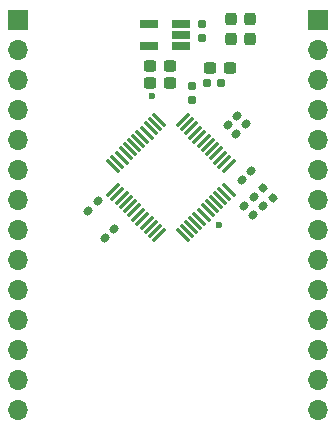
<source format=gbr>
%TF.GenerationSoftware,KiCad,Pcbnew,(6.0.0-0)*%
%TF.CreationDate,2022-01-12T16:50:32+09:00*%
%TF.ProjectId,ADAU1701-RPPico-module,41444155-3137-4303-912d-52505069636f,B*%
%TF.SameCoordinates,Original*%
%TF.FileFunction,Soldermask,Top*%
%TF.FilePolarity,Negative*%
%FSLAX46Y46*%
G04 Gerber Fmt 4.6, Leading zero omitted, Abs format (unit mm)*
G04 Created by KiCad (PCBNEW (6.0.0-0)) date 2022-01-12 16:50:32*
%MOMM*%
%LPD*%
G01*
G04 APERTURE LIST*
G04 Aperture macros list*
%AMRoundRect*
0 Rectangle with rounded corners*
0 $1 Rounding radius*
0 $2 $3 $4 $5 $6 $7 $8 $9 X,Y pos of 4 corners*
0 Add a 4 corners polygon primitive as box body*
4,1,4,$2,$3,$4,$5,$6,$7,$8,$9,$2,$3,0*
0 Add four circle primitives for the rounded corners*
1,1,$1+$1,$2,$3*
1,1,$1+$1,$4,$5*
1,1,$1+$1,$6,$7*
1,1,$1+$1,$8,$9*
0 Add four rect primitives between the rounded corners*
20,1,$1+$1,$2,$3,$4,$5,0*
20,1,$1+$1,$4,$5,$6,$7,0*
20,1,$1+$1,$6,$7,$8,$9,0*
20,1,$1+$1,$8,$9,$2,$3,0*%
G04 Aperture macros list end*
%ADD10RoundRect,0.237500X0.300000X0.237500X-0.300000X0.237500X-0.300000X-0.237500X0.300000X-0.237500X0*%
%ADD11RoundRect,0.155000X-0.155000X0.212500X-0.155000X-0.212500X0.155000X-0.212500X0.155000X0.212500X0*%
%ADD12RoundRect,0.237500X-0.237500X0.300000X-0.237500X-0.300000X0.237500X-0.300000X0.237500X0.300000X0*%
%ADD13RoundRect,0.075000X-0.521491X0.415425X0.415425X-0.521491X0.521491X-0.415425X-0.415425X0.521491X0*%
%ADD14RoundRect,0.075000X-0.521491X-0.415425X-0.415425X-0.521491X0.521491X0.415425X0.415425X0.521491X0*%
%ADD15RoundRect,0.155000X0.040659X0.259862X-0.259862X-0.040659X-0.040659X-0.259862X0.259862X0.040659X0*%
%ADD16C,0.600000*%
%ADD17RoundRect,0.155000X0.155000X-0.212500X0.155000X0.212500X-0.155000X0.212500X-0.155000X-0.212500X0*%
%ADD18R,1.560000X0.650000*%
%ADD19RoundRect,0.155000X-0.040659X-0.259862X0.259862X0.040659X0.040659X0.259862X-0.259862X-0.040659X0*%
%ADD20RoundRect,0.237500X-0.300000X-0.237500X0.300000X-0.237500X0.300000X0.237500X-0.300000X0.237500X0*%
%ADD21RoundRect,0.160000X-0.252791X0.026517X0.026517X-0.252791X0.252791X-0.026517X-0.026517X0.252791X0*%
%ADD22RoundRect,0.155000X0.212500X0.155000X-0.212500X0.155000X-0.212500X-0.155000X0.212500X-0.155000X0*%
%ADD23R,1.700000X1.700000*%
%ADD24O,1.700000X1.700000*%
G04 APERTURE END LIST*
D10*
%TO.C,C11*%
X137362500Y-63800000D03*
X135637500Y-63800000D03*
%TD*%
D11*
%TO.C,C18*%
X140000000Y-58800000D03*
X140000000Y-59935000D03*
%TD*%
D12*
%TO.C,C6*%
X144100000Y-58337500D03*
X144100000Y-60062500D03*
%TD*%
D13*
%TO.C,U1*%
X136401212Y-66912124D03*
X136047658Y-67265678D03*
X135694105Y-67619231D03*
X135340551Y-67972785D03*
X134986998Y-68326338D03*
X134633445Y-68679891D03*
X134279891Y-69033445D03*
X133926338Y-69386998D03*
X133572785Y-69740551D03*
X133219231Y-70094105D03*
X132865678Y-70447658D03*
X132512124Y-70801212D03*
D14*
X132512124Y-72798788D03*
X132865678Y-73152342D03*
X133219231Y-73505895D03*
X133572785Y-73859449D03*
X133926338Y-74213002D03*
X134279891Y-74566555D03*
X134633445Y-74920109D03*
X134986998Y-75273662D03*
X135340551Y-75627215D03*
X135694105Y-75980769D03*
X136047658Y-76334322D03*
X136401212Y-76687876D03*
D13*
X138398788Y-76687876D03*
X138752342Y-76334322D03*
X139105895Y-75980769D03*
X139459449Y-75627215D03*
X139813002Y-75273662D03*
X140166555Y-74920109D03*
X140520109Y-74566555D03*
X140873662Y-74213002D03*
X141227215Y-73859449D03*
X141580769Y-73505895D03*
X141934322Y-73152342D03*
X142287876Y-72798788D03*
D14*
X142287876Y-70801212D03*
X141934322Y-70447658D03*
X141580769Y-70094105D03*
X141227215Y-69740551D03*
X140873662Y-69386998D03*
X140520109Y-69033445D03*
X140166555Y-68679891D03*
X139813002Y-68326338D03*
X139459449Y-67972785D03*
X139105895Y-67619231D03*
X138752342Y-67265678D03*
X138398788Y-66912124D03*
%TD*%
D15*
%TO.C,C16*%
X143730883Y-67279117D03*
X142928317Y-68081683D03*
%TD*%
D16*
%TO.C,TP1*%
X141500000Y-75800000D03*
%TD*%
%TO.C,TP2*%
X135800000Y-64900000D03*
%TD*%
D12*
%TO.C,C5*%
X142494000Y-58337500D03*
X142494000Y-60062500D03*
%TD*%
D17*
%TO.C,C9*%
X139200000Y-65200000D03*
X139200000Y-64065000D03*
%TD*%
D10*
%TO.C,C3*%
X142425000Y-62500000D03*
X140700000Y-62500000D03*
%TD*%
D18*
%TO.C,U2*%
X138250000Y-60650000D03*
X138250000Y-59700000D03*
X138250000Y-58750000D03*
X135550000Y-58750000D03*
X135550000Y-60650000D03*
%TD*%
D19*
%TO.C,C7*%
X144201283Y-71198717D03*
X143398717Y-72001283D03*
%TD*%
D15*
%TO.C,C8*%
X132601283Y-76098717D03*
X131798717Y-76901283D03*
%TD*%
D19*
%TO.C,C12*%
X130408717Y-74602566D03*
X131211283Y-73800000D03*
%TD*%
%TO.C,C2*%
X143608717Y-74221283D03*
X144411283Y-73418717D03*
%TD*%
D20*
%TO.C,C19*%
X135637500Y-62300000D03*
X137362500Y-62300000D03*
%TD*%
D15*
%TO.C,C14*%
X143014566Y-66573034D03*
X142212000Y-67375600D03*
%TD*%
D21*
%TO.C,R1*%
X145177504Y-72677504D03*
X146022496Y-73522496D03*
%TD*%
D19*
%TO.C,C1*%
X144378717Y-74991283D03*
X145181283Y-74188717D03*
%TD*%
D22*
%TO.C,C4*%
X141635000Y-63800000D03*
X140500000Y-63800000D03*
%TD*%
D23*
%TO.C,J2*%
X149860000Y-58420000D03*
D24*
X149860000Y-60960000D03*
X149860000Y-63500000D03*
X149860000Y-66040000D03*
X149860000Y-68580000D03*
X149860000Y-71120000D03*
X149860000Y-73660000D03*
X149860000Y-76200000D03*
X149860000Y-78740000D03*
X149860000Y-81280000D03*
X149860000Y-83820000D03*
X149860000Y-86360000D03*
X149860000Y-88900000D03*
X149860000Y-91440000D03*
%TD*%
D23*
%TO.C,J1*%
X124460000Y-58420000D03*
D24*
X124460000Y-60960000D03*
X124460000Y-63500000D03*
X124460000Y-66040000D03*
X124460000Y-68580000D03*
X124460000Y-71120000D03*
X124460000Y-73660000D03*
X124460000Y-76200000D03*
X124460000Y-78740000D03*
X124460000Y-81280000D03*
X124460000Y-83820000D03*
X124460000Y-86360000D03*
X124460000Y-88900000D03*
X124460000Y-91440000D03*
%TD*%
M02*

</source>
